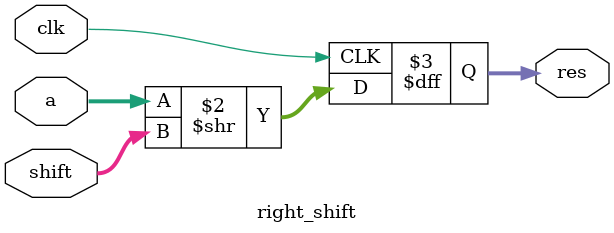
<source format=v>
`timescale 1ns / 1ps
module right_shift(clk,a,shift,res
    );
	 input[15:0] a;
	 input clk;
	 input[3:0] shift;
	 output reg[15:0] res;
	 always@(posedge clk)begin
	 res <= (a >> shift);
	 end


endmodule

</source>
